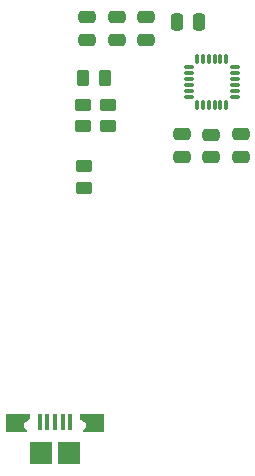
<source format=gbr>
%TF.GenerationSoftware,KiCad,Pcbnew,9.0.1*%
%TF.CreationDate,2025-11-13T22:26:36+01:00*%
%TF.ProjectId,dise_o_v2,64697365-f16f-45f7-9632-2e6b69636164,rev?*%
%TF.SameCoordinates,Original*%
%TF.FileFunction,Paste,Bot*%
%TF.FilePolarity,Positive*%
%FSLAX46Y46*%
G04 Gerber Fmt 4.6, Leading zero omitted, Abs format (unit mm)*
G04 Created by KiCad (PCBNEW 9.0.1) date 2025-11-13 22:26:36*
%MOMM*%
%LPD*%
G01*
G04 APERTURE LIST*
G04 Aperture macros list*
%AMRoundRect*
0 Rectangle with rounded corners*
0 $1 Rounding radius*
0 $2 $3 $4 $5 $6 $7 $8 $9 X,Y pos of 4 corners*
0 Add a 4 corners polygon primitive as box body*
4,1,4,$2,$3,$4,$5,$6,$7,$8,$9,$2,$3,0*
0 Add four circle primitives for the rounded corners*
1,1,$1+$1,$2,$3*
1,1,$1+$1,$4,$5*
1,1,$1+$1,$6,$7*
1,1,$1+$1,$8,$9*
0 Add four rect primitives between the rounded corners*
20,1,$1+$1,$2,$3,$4,$5,0*
20,1,$1+$1,$4,$5,$6,$7,0*
20,1,$1+$1,$6,$7,$8,$9,0*
20,1,$1+$1,$8,$9,$2,$3,0*%
%AMFreePoly0*
4,1,9,0.800000,0.650000,0.550000,0.400000,0.550000,0.000000,1.050000,-0.350000,1.050000,-0.800000,-1.050000,-0.800000,-1.050000,0.800000,0.800000,0.800000,0.800000,0.650000,0.800000,0.650000,$1*%
%AMFreePoly1*
4,1,9,1.050000,-0.800000,-1.050000,-0.800000,-1.050000,-0.350000,-0.550000,0.000000,-0.550000,0.400000,-0.800000,0.650000,-0.800000,0.800000,1.050000,0.800000,1.050000,-0.800000,1.050000,-0.800000,$1*%
G04 Aperture macros list end*
%ADD10R,0.400000X1.350000*%
%ADD11FreePoly0,180.000000*%
%ADD12R,1.900000X1.900000*%
%ADD13FreePoly1,180.000000*%
%ADD14RoundRect,0.250000X0.475000X-0.250000X0.475000X0.250000X-0.475000X0.250000X-0.475000X-0.250000X0*%
%ADD15RoundRect,0.250000X-0.475000X0.250000X-0.475000X-0.250000X0.475000X-0.250000X0.475000X0.250000X0*%
%ADD16RoundRect,0.250000X0.262500X0.450000X-0.262500X0.450000X-0.262500X-0.450000X0.262500X-0.450000X0*%
%ADD17RoundRect,0.250000X0.450000X-0.262500X0.450000X0.262500X-0.450000X0.262500X-0.450000X-0.262500X0*%
%ADD18RoundRect,0.250000X0.250000X0.475000X-0.250000X0.475000X-0.250000X-0.475000X0.250000X-0.475000X0*%
%ADD19RoundRect,0.075000X0.350000X0.075000X-0.350000X0.075000X-0.350000X-0.075000X0.350000X-0.075000X0*%
%ADD20RoundRect,0.075000X0.075000X-0.350000X0.075000X0.350000X-0.075000X0.350000X-0.075000X-0.350000X0*%
%ADD21RoundRect,0.250000X-0.450000X0.262500X-0.450000X-0.262500X0.450000X-0.262500X0.450000X0.262500X0*%
G04 APERTURE END LIST*
D10*
%TO.C,J1*%
X57097299Y-87342066D03*
X56447299Y-87342066D03*
X55797299Y-87342066D03*
X55147299Y-87342066D03*
X54497299Y-87342066D03*
D11*
X58897299Y-87467066D03*
D12*
X56997299Y-90017066D03*
X54597299Y-90017066D03*
D13*
X52697299Y-87467066D03*
%TD*%
D14*
%TO.C,C3*%
X58500000Y-55000000D03*
X58500000Y-53100000D03*
%TD*%
%TO.C,C4*%
X61000000Y-55000000D03*
X61000000Y-53100000D03*
%TD*%
D15*
%TO.C,C7*%
X66500000Y-63000000D03*
X66500000Y-64900000D03*
%TD*%
D16*
%TO.C,R4*%
X59996400Y-58236400D03*
X58171400Y-58236400D03*
%TD*%
D17*
%TO.C,R6*%
X60305900Y-62318500D03*
X60305900Y-60493500D03*
%TD*%
D14*
%TO.C,C5*%
X63500000Y-55000000D03*
X63500000Y-53100000D03*
%TD*%
D18*
%TO.C,C10*%
X68000000Y-53500000D03*
X66100000Y-53500000D03*
%TD*%
D15*
%TO.C,C8*%
X69000000Y-63050000D03*
X69000000Y-64950000D03*
%TD*%
D17*
%TO.C,R5*%
X58140900Y-62304800D03*
X58140900Y-60479800D03*
%TD*%
D19*
%TO.C,U4*%
X71000000Y-57300000D03*
X71000000Y-57800000D03*
X71000000Y-58300000D03*
X71000000Y-58800000D03*
X71000000Y-59300000D03*
X71000000Y-59800000D03*
D20*
X70300000Y-60500000D03*
X69800000Y-60500000D03*
X69300000Y-60500000D03*
X68800000Y-60500000D03*
X68300000Y-60500000D03*
X67800000Y-60500000D03*
D19*
X67100000Y-59800000D03*
X67100000Y-59300000D03*
X67100000Y-58800000D03*
X67100000Y-58300000D03*
X67100000Y-57800000D03*
X67100000Y-57300000D03*
D20*
X67800000Y-56600000D03*
X68300000Y-56600000D03*
X68800000Y-56600000D03*
X69300000Y-56600000D03*
X69800000Y-56600000D03*
X70300000Y-56600000D03*
%TD*%
D15*
%TO.C,C9*%
X71500000Y-63000000D03*
X71500000Y-64900000D03*
%TD*%
D21*
%TO.C,R7*%
X58203300Y-65703300D03*
X58203300Y-67528300D03*
%TD*%
M02*

</source>
